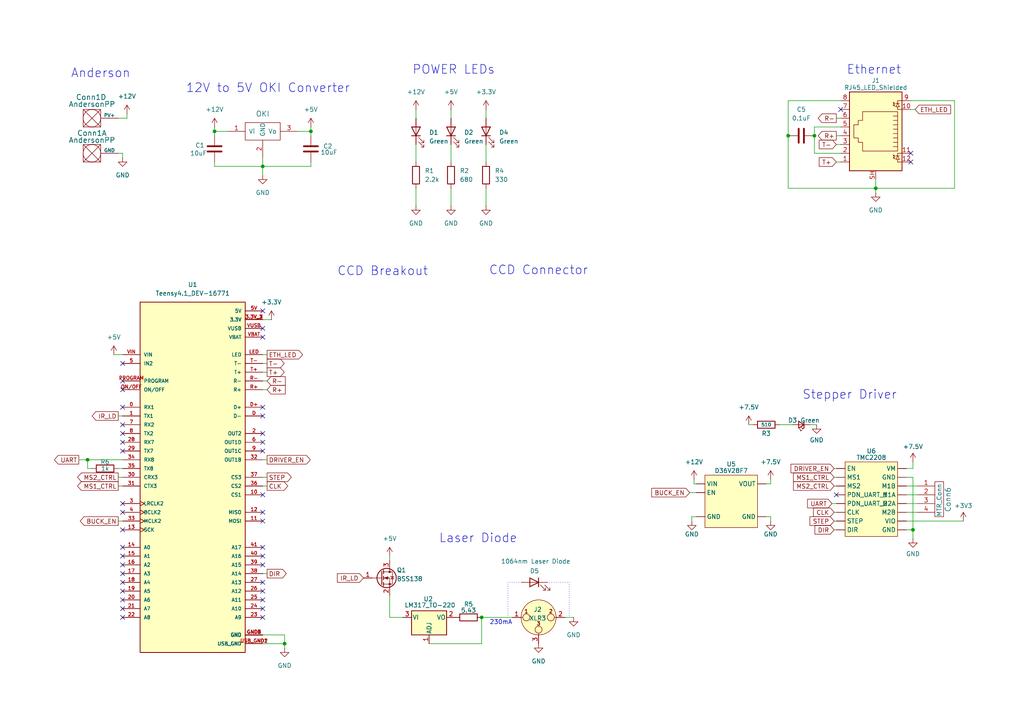
<source format=kicad_sch>
(kicad_sch (version 20231120) (generator "eeschema") (generator_version "8.0")
  (paper "A4")
  (lib_symbols
    (symbol "+12V_1" (power) (pin_numbers hide) (pin_names (offset 0) hide)
      (property "Value" "+12V" (at 0 3.556 0))
      (symbol "+12V_1_0_1"
        (polyline (pts (xy -0.762 1.27) (xy 0 2.54)))
        (polyline (pts (xy 0 0) (xy 0 2.54)))
        (polyline (pts (xy 0 2.54) (xy 0.762 1.27)))
      )
      (symbol "+12V_1_1_1"
        (pin power_in line (at 0 0 90) (length 0) (name "~") (number "1"))
      )
    )
    (symbol "+12V_2" (power) (pin_numbers hide) (pin_names (offset 0) hide)
      (property "Value" "+12V" (at 0 3.556 0))
      (symbol "+12V_2_0_1"
        (polyline (pts (xy -0.762 1.27) (xy 0 2.54)))
        (polyline (pts (xy 0 0) (xy 0 2.54)))
        (polyline (pts (xy 0 2.54) (xy 0.762 1.27)))
      )
      (symbol "+12V_2_1_1"
        (pin power_in line (at 0 0 90) (length 0) (name "~") (number "1"))
      )
    )
    (symbol "Connector:RJ45_LED_Shielded" (pin_names (offset 1.016))
      (property "Reference" "J" (at -5.08 13.97 0))
      (property "Value" "RJ45_LED_Shielded" (at 1.27 13.97 0))
      (symbol "RJ45_LED_Shielded_0_1"
        (polyline (pts (xy -7.62 -7.62) (xy -6.35 -7.62)))
        (polyline (pts (xy -7.62 -5.08) (xy -6.35 -5.08)))
        (polyline (pts (xy -7.62 7.62) (xy -6.35 7.62)))
        (polyline (pts (xy -7.62 10.16) (xy -6.35 10.16)))
        (polyline (pts (xy -6.858 -5.842) (xy -5.842 -5.842)))
        (polyline (pts (xy -6.858 9.398) (xy -5.842 9.398)))
        (polyline (pts (xy -6.35 -7.62) (xy -6.35 -6.858)))
        (polyline (pts (xy -6.35 -5.08) (xy -6.35 -5.842)))
        (polyline (pts (xy -6.35 7.62) (xy -6.35 8.382)))
        (polyline (pts (xy -6.35 10.16) (xy -6.35 9.398)))
        (polyline (pts (xy -5.08 -6.223) (xy -5.207 -6.604)))
        (polyline (pts (xy -5.08 -5.588) (xy -5.207 -5.969)))
        (polyline (pts (xy -5.08 4.445) (xy -6.35 4.445)))
        (polyline (pts (xy -5.08 5.715) (xy -6.35 5.715)))
        (polyline (pts (xy -5.08 9.017) (xy -5.207 8.636)))
        (polyline (pts (xy -5.08 9.652) (xy -5.207 9.271)))
        (polyline (pts (xy -6.35 -3.175) (xy -5.08 -3.175) (xy -5.08 -3.175)))
        (polyline (pts (xy -6.35 -1.905) (xy -5.08 -1.905) (xy -5.08 -1.905)))
        (polyline (pts (xy -6.35 -0.635) (xy -5.08 -0.635) (xy -5.08 -0.635)))
        (polyline (pts (xy -6.35 0.635) (xy -5.08 0.635) (xy -5.08 0.635)))
        (polyline (pts (xy -6.35 1.905) (xy -5.08 1.905) (xy -5.08 1.905)))
        (polyline (pts (xy -5.588 -6.731) (xy -5.08 -6.223) (xy -5.461 -6.35)))
        (polyline (pts (xy -5.588 -6.096) (xy -5.08 -5.588) (xy -5.461 -5.715)))
        (polyline (pts (xy -5.588 8.509) (xy -5.08 9.017) (xy -5.461 8.89)))
        (polyline (pts (xy -5.588 9.144) (xy -5.08 9.652) (xy -5.461 9.525)))
        (polyline (pts (xy -5.08 3.175) (xy -6.35 3.175) (xy -6.35 3.175)))
        (polyline (pts (xy -6.35 -5.842) (xy -6.858 -6.858) (xy -5.842 -6.858) (xy -6.35 -5.842)))
        (polyline (pts (xy -6.35 9.398) (xy -6.858 8.382) (xy -5.842 8.382) (xy -6.35 9.398)))
        (polyline (pts (xy -6.35 -4.445) (xy -6.35 6.985) (xy 3.81 6.985) (xy 3.81 4.445) (xy 5.08 4.445) (xy 5.08 3.175) (xy 6.35 3.175) (xy 6.35 -0.635) (xy 5.08 -0.635) (xy 5.08 -1.905) (xy 3.81 -1.905) (xy 3.81 -4.445) (xy -6.35 -4.445) (xy -6.35 -4.445)))
        (rectangle (start 7.62 12.7) (end -7.62 -10.16) (stroke (width 0.254)) (fill (type background)))
      )
      (symbol "RJ45_LED_Shielded_1_1"
        (pin passive line (at 10.16 -7.62 180) (length 2.54) (name "~") (number "1"))
        (pin passive line (at -10.16 7.62 0) (length 2.54) (name "~") (number "10"))
        (pin passive line (at -10.16 -5.08 0) (length 2.54) (name "~") (number "11"))
        (pin passive line (at -10.16 -7.62 0) (length 2.54) (name "~") (number "12"))
        (pin passive line (at 10.16 -5.08 180) (length 2.54) (name "~") (number "2"))
        (pin passive line (at 10.16 -2.54 180) (length 2.54) (name "~") (number "3"))
        (pin passive line (at 10.16 0 180) (length 2.54) (name "~") (number "4"))
        (pin passive line (at 10.16 2.54 180) (length 2.54) (name "~") (number "5"))
        (pin passive line (at 10.16 5.08 180) (length 2.54) (name "~") (number "6"))
        (pin passive line (at 10.16 7.62 180) (length 2.54) (name "~") (number "7"))
        (pin passive line (at 10.16 10.16 180) (length 2.54) (name "~") (number "8"))
        (pin passive line (at -10.16 10.16 0) (length 2.54) (name "~") (number "9"))
        (pin passive line (at 0 -12.7 90) (length 2.54) (name "~") (number "SH"))
      )
    )
    (symbol "Connector_Audio:XLR3" (pin_names hide)
      (property "Reference" "J" (at 0 8.89 0))
      (property "Value" "XLR3" (at 0 6.35 0))
      (symbol "XLR3_0_1"
        (circle (center -3.556 0) (radius 1.016))
        (circle (center 0 -3.556) (radius 1.016))
        (polyline (pts (xy -5.08 0) (xy -4.572 0)))
        (polyline (pts (xy 0 -5.08) (xy 0 -4.572)))
        (polyline (pts (xy 5.08 0) (xy 4.572 0)))
        (circle (center 0 0) (radius 5.08) (fill (type background)))
        (circle (center 3.556 0) (radius 1.016))
        (text "1" (at -3.556 1.778 0) (effects (font (size 1.016 1.016) (bold yes))))
        (text "2" (at 3.556 1.778 0) (effects (font (size 1.016 1.016) (bold yes))))
        (text "3" (at 0 -1.778 0) (effects (font (size 1.016 1.016) (bold yes))))
        (pin passive line (at -7.62 0 0) (length 2.54) (name "~") (number "1"))
        (pin passive line (at 7.62 0 180) (length 2.54) (name "~") (number "2"))
        (pin passive line (at 0 -7.62 90) (length 2.54) (name "~") (number "3"))
      )
    )
    (symbol "Device:C" (pin_numbers hide) (pin_names (offset 0.254))
      (property "Reference" "C" (at 0.635 2.54 0))
      (property "Value" "C" (at 0.635 -2.54 0))
      (symbol "C_0_1"
        (polyline (pts (xy -2.032 -0.762) (xy 2.032 -0.762)) (stroke (width 0.508)))
        (polyline (pts (xy -2.032 0.762) (xy 2.032 0.762)) (stroke (width 0.508)))
      )
      (symbol "C_1_1"
        (pin passive line (at 0 3.81 270) (length 2.794) (name "~") (number "1"))
        (pin passive line (at 0 -3.81 90) (length 2.794) (name "~") (number "2"))
      )
    )
    (symbol "Device:LED" (pin_numbers hide) (pin_names (offset 1.016) hide)
      (property "Reference" "D" (at 0 2.54 0))
      (property "Value" "LED" (at 0 -2.54 0))
      (symbol "LED_0_1"
        (polyline (pts (xy -1.27 -1.27) (xy -1.27 1.27)) (stroke (width 0.254)))
        (polyline (pts (xy -1.27 0) (xy 1.27 0)))
        (polyline (pts (xy 1.27 -1.27) (xy 1.27 1.27) (xy -1.27 0) (xy 1.27 -1.27)) (stroke (width 0.254)))
        (polyline (pts (xy -3.048 -0.762) (xy -4.572 -2.286) (xy -3.81 -2.286) (xy -4.572 -2.286) (xy -4.572 -1.524)))
        (polyline (pts (xy -1.778 -0.762) (xy -3.302 -2.286) (xy -2.54 -2.286) (xy -3.302 -2.286) (xy -3.302 -1.524)))
      )
      (symbol "LED_1_1"
        (pin passive line (at -3.81 0 0) (length 2.54) (name "K") (number "1"))
        (pin passive line (at 3.81 0 180) (length 2.54) (name "A") (number "2"))
      )
    )
    (symbol "Device:LED_Small" (pin_numbers hide) (pin_names (offset 0.254) hide)
      (property "Reference" "D" (at -1.27 3.175 0))
      (property "Value" "LED_Small" (at -4.445 -2.54 0))
      (symbol "LED_Small_0_1"
        (polyline (pts (xy -0.762 -1.016) (xy -0.762 1.016)) (stroke (width 0.254)))
        (polyline (pts (xy 1.016 0) (xy -0.762 0)))
        (polyline (pts (xy 0.762 -1.016) (xy -0.762 0) (xy 0.762 1.016) (xy 0.762 -1.016)) (stroke (width 0.254)))
        (polyline (pts (xy 0 0.762) (xy -0.508 1.27) (xy -0.254 1.27) (xy -0.508 1.27) (xy -0.508 1.016)))
        (polyline (pts (xy 0.508 1.27) (xy 0 1.778) (xy 0.254 1.778) (xy 0 1.778) (xy 0 1.524)))
      )
      (symbol "LED_Small_1_1"
        (pin passive line (at -2.54 0 0) (length 1.778) (name "K") (number "1"))
        (pin passive line (at 2.54 0 180) (length 1.778) (name "A") (number "2"))
      )
    )
    (symbol "Device:R" (pin_numbers hide) (pin_names (offset 0))
      (property "Reference" "R" (at 2.032 0 90))
      (property "Value" "R" (at 0 0 90))
      (symbol "R_0_1"
        (rectangle (start -1.016 -2.54) (end 1.016 2.54) (stroke (width 0.254)))
      )
      (symbol "R_1_1"
        (pin passive line (at 0 3.81 270) (length 1.27) (name "~") (number "1"))
        (pin passive line (at 0 -3.81 90) (length 1.27) (name "~") (number "2"))
      )
    )
    (symbol "GND_1" (power) (pin_numbers hide) (pin_names (offset 0) hide)
      (property "Value" "GND" (at 0 -3.81 0))
      (symbol "GND_1_0_1"
        (polyline (pts (xy 0 0) (xy 0 -1.27) (xy 1.27 -1.27) (xy 0 -2.54) (xy -1.27 -1.27) (xy 0 -1.27)))
      )
      (symbol "GND_1_1_1"
        (pin power_in line (at 0 0 270) (length 0) (name "~") (number "1"))
      )
    )
    (symbol "GND_2" (power) (pin_numbers hide) (pin_names (offset 0) hide)
      (property "Value" "GND" (at 0 -3.81 0))
      (symbol "GND_2_0_1"
        (polyline (pts (xy 0 0) (xy 0 -1.27) (xy 1.27 -1.27) (xy 0 -2.54) (xy -1.27 -1.27) (xy 0 -1.27)))
      )
      (symbol "GND_2_1_1"
        (pin power_in line (at 0 0 270) (length 0) (name "~") (number "1"))
      )
    )
    (symbol "GND_3" (power) (pin_numbers hide) (pin_names (offset 0) hide)
      (property "Value" "GND" (at 0 -3.81 0))
      (symbol "GND_3_0_1"
        (polyline (pts (xy 0 0) (xy 0 -1.27) (xy 1.27 -1.27) (xy 0 -2.54) (xy -1.27 -1.27) (xy 0 -1.27)))
      )
      (symbol "GND_3_1_1"
        (pin power_in line (at 0 0 270) (length 0) (name "~") (number "1"))
      )
    )
    (symbol "MRDT_Connectors:AndersonPP" (pin_numbers hide) (pin_names (offset 0))
      (property "Reference" "Conn" (at 3.81 -1.27 0))
      (property "Value" "AndersonPP" (at 2.54 6.35 0))
      (symbol "AndersonPP_0_1"
        (polyline (pts (xy 0 5.08) (xy 5.08 0)))
        (polyline (pts (xy 5.08 5.08) (xy 0 0)))
        (rectangle (start 0 0) (end 5.08 5.08))
        (circle (center 2.54 2.54) (radius 2.54))
      )
      (symbol "AndersonPP_1_1"
        (pin input line (at 10.16 2.54 180) (length 5.08) (name "GND") (number "1"))
      )
      (symbol "AndersonPP_2_1"
        (pin input line (at 10.16 2.54 180) (length 5.08) (name "V+Log") (number "2"))
      )
      (symbol "AndersonPP_3_1"
        (pin input line (at 10.16 2.54 180) (length 5.08) (name "V+Act") (number "3"))
      )
      (symbol "AndersonPP_4_1"
        (pin input line (at 10.16 2.54 180) (length 5.08) (name "PV+") (number "4"))
      )
      (symbol "AndersonPP_5_1"
        (pin input line (at 10.16 2.54 180) (length 5.08) (name "~") (number "1"))
      )
    )
    (symbol "MRDT_Connectors:Molex_SL_04" (pin_names (offset 1.016))
      (property "Reference" "Conn" (at 3.81 -1.27 0))
      (property "Value" "Molex_SL_04" (at 1.27 11.43 0))
      (symbol "Molex_SL_04_0_1"
        (rectangle (start 0 10.16) (end 2.54 0))
      )
      (symbol "Molex_SL_04_1_1"
        (pin input line (at -5.08 8.89 0) (length 5.08) (name "~") (number "1"))
        (pin input line (at -5.08 6.35 0) (length 5.08) (name "~") (number "2"))
        (pin input line (at -5.08 3.81 0) (length 5.08) (name "~") (number "3"))
        (pin input line (at -5.08 1.27 0) (length 5.08) (name "~") (number "4"))
      )
    )
    (symbol "MRDT_Devices:OKI" (pin_names (offset 1.016))
      (property "Value" "OKI" (at 5.08 6.35 0))
      (symbol "OKI_0_1"
        (rectangle (start 0 0) (end 10.16 5.08))
      )
      (symbol "OKI_1_1"
        (pin input line (at -5.08 2.54 0) (length 5.08) (name "Vi") (number "1"))
        (pin output line (at 5.08 -5.08 90) (length 5.08) (name "GND") (number "2"))
        (pin output line (at 15.24 2.54 180) (length 5.08) (name "Vo") (number "3"))
      )
    )
    (symbol "MRDT_Shields:Teensy4.1_DEV-16771" (pin_names (offset 1.016))
      (property "Reference" "U" (at -15.24 52.07 0))
      (property "Value" "Teensy4.1_DEV-16771" (at -15.24 -53.34 0))
      (symbol "Teensy4.1_DEV-16771_0_0"
        (rectangle (start -15.24 -50.8) (end 15.24 50.8) (stroke (width 0.254)) (fill (type background)))
        (pin bidirectional line (at -20.32 20.32 0) (length 5.08) (name "RX1") (number "0"))
        (pin bidirectional line (at -20.32 17.78 0) (length 5.08) (name "TX1") (number "1"))
        (pin bidirectional line (at 20.32 -5.08 180) (length 5.08) (name "CS1") (number "10"))
        (pin bidirectional line (at 20.32 -12.7 180) (length 5.08) (name "MOSI") (number "11"))
        (pin bidirectional line (at 20.32 -10.16 180) (length 5.08) (name "MISO") (number "12"))
        (pin bidirectional clock (at -20.32 -15.24 0) (length 5.08) (name "SCK") (number "13"))
        (pin bidirectional line (at -20.32 -20.32 0) (length 5.08) (name "A0") (number "14"))
        (pin bidirectional line (at -20.32 -22.86 0) (length 5.08) (name "A1") (number "15"))
        (pin bidirectional line (at -20.32 -25.4 0) (length 5.08) (name "A2") (number "16"))
        (pin bidirectional line (at -20.32 -27.94 0) (length 5.08) (name "A3") (number "17"))
        (pin bidirectional line (at -20.32 -30.48 0) (length 5.08) (name "A4") (number "18"))
        (pin bidirectional line (at -20.32 -33.02 0) (length 5.08) (name "A5") (number "19"))
        (pin output line (at 20.32 12.7 180) (length 5.08) (name "OUT2") (number "2"))
        (pin bidirectional line (at -20.32 -35.56 0) (length 5.08) (name "A6") (number "20"))
        (pin bidirectional line (at -20.32 -38.1 0) (length 5.08) (name "A7") (number "21"))
        (pin bidirectional line (at -20.32 -40.64 0) (length 5.08) (name "A8") (number "22"))
        (pin bidirectional line (at 20.32 -40.64 180) (length 5.08) (name "A9") (number "23"))
        (pin bidirectional line (at 20.32 -38.1 180) (length 5.08) (name "A10") (number "24"))
        (pin bidirectional line (at 20.32 -35.56 180) (length 5.08) (name "A11") (number "25"))
        (pin bidirectional line (at 20.32 -33.02 180) (length 5.08) (name "A12") (number "26"))
        (pin bidirectional line (at 20.32 -30.48 180) (length 5.08) (name "A13") (number "27"))
        (pin bidirectional line (at -20.32 10.16 0) (length 5.08) (name "RX7") (number "28"))
        (pin bidirectional line (at -20.32 7.62 0) (length 5.08) (name "TX7") (number "29"))
        (pin bidirectional clock (at -20.32 -7.62 0) (length 5.08) (name "LRCLK2") (number "3"))
        (pin power_in line (at 20.32 45.72 180) (length 5.08) (name "3.3V") (number "3.3V_1"))
        (pin power_in line (at 20.32 45.72 180) (length 5.08) (name "3.3V") (number "3.3V_2"))
        (pin power_in line (at 20.32 45.72 180) (length 5.08) (name "3.3V") (number "3.3V_3"))
        (pin bidirectional line (at -20.32 0 0) (length 5.08) (name "CRX3") (number "30"))
        (pin bidirectional line (at -20.32 -2.54 0) (length 5.08) (name "CTX3") (number "31"))
        (pin output line (at 20.32 5.08 180) (length 5.08) (name "OUT1B") (number "32"))
        (pin bidirectional clock (at -20.32 -12.7 0) (length 5.08) (name "MCLK2") (number "33"))
        (pin bidirectional line (at -20.32 5.08 0) (length 5.08) (name "RX8") (number "34"))
        (pin bidirectional line (at -20.32 2.54 0) (length 5.08) (name "TX8") (number "35"))
        (pin bidirectional line (at 20.32 -2.54 180) (length 5.08) (name "CS2") (number "36"))
        (pin bidirectional line (at 20.32 0 180) (length 5.08) (name "CS3") (number "37"))
        (pin bidirectional line (at 20.32 -27.94 180) (length 5.08) (name "A14") (number "38"))
        (pin bidirectional line (at 20.32 -25.4 180) (length 5.08) (name "A15") (number "39"))
        (pin bidirectional clock (at -20.32 -10.16 0) (length 5.08) (name "BCLK2") (number "4"))
        (pin bidirectional line (at 20.32 -22.86 180) (length 5.08) (name "A16") (number "40"))
        (pin bidirectional line (at 20.32 -20.32 180) (length 5.08) (name "A17") (number "41"))
        (pin bidirectional line (at -20.32 33.02 0) (length 5.08) (name "IN2") (number "5"))
        (pin power_in line (at 20.32 48.26 180) (length 5.08) (name "5V") (number "5V"))
        (pin output line (at 20.32 10.16 180) (length 5.08) (name "OUT1D") (number "6"))
        (pin bidirectional line (at -20.32 15.24 0) (length 5.08) (name "RX2") (number "7"))
        (pin bidirectional line (at -20.32 12.7 0) (length 5.08) (name "TX2") (number "8"))
        (pin output line (at 20.32 7.62 180) (length 5.08) (name "OUT1C") (number "9"))
        (pin bidirectional line (at 20.32 17.78 180) (length 5.08) (name "D-") (number "D"))
        (pin bidirectional line (at 20.32 20.32 180) (length 5.08) (name "D+") (number "D+"))
        (pin power_in line (at 20.32 -45.72 180) (length 5.08) (name "GND") (number "GND1"))
        (pin power_in line (at 20.32 -45.72 180) (length 5.08) (name "GND") (number "GND2"))
        (pin power_in line (at 20.32 -45.72 180) (length 5.08) (name "GND") (number "GND3"))
        (pin power_in line (at 20.32 -45.72 180) (length 5.08) (name "GND") (number "GND4"))
        (pin power_in line (at 20.32 -45.72 180) (length 5.08) (name "GND") (number "GND5"))
        (pin bidirectional line (at 20.32 35.56 180) (length 5.08) (name "LED") (number "LED"))
        (pin bidirectional line (at -20.32 25.4 0) (length 5.08) (name "ON/OFF") (number "ON/OFF"))
        (pin bidirectional line (at -20.32 27.94 0) (length 5.08) (name "PROGRAM") (number "PROGRAM"))
        (pin bidirectional line (at 20.32 25.4 180) (length 5.08) (name "R+") (number "R+"))
        (pin bidirectional line (at 20.32 27.94 180) (length 5.08) (name "R-") (number "R-"))
        (pin bidirectional line (at 20.32 30.48 180) (length 5.08) (name "T+") (number "T+"))
        (pin bidirectional line (at 20.32 33.02 180) (length 5.08) (name "T-") (number "T-"))
        (pin power_in line (at 20.32 -48.26 180) (length 5.08) (name "USB_GND") (number "USB_GND1"))
        (pin power_in line (at 20.32 -48.26 180) (length 5.08) (name "USB_GND") (number "USB_GND2"))
        (pin passive line (at 20.32 40.64 180) (length 5.08) (name "VBAT") (number "VBAT"))
        (pin input line (at -20.32 35.56 0) (length 5.08) (name "VIN") (number "VIN"))
        (pin passive line (at 20.32 43.18 180) (length 5.08) (name "VUSB") (number "VUSB"))
      )
    )
    (symbol "Regulator_Linear:LM317_TO-220" (pin_names (offset 0.254))
      (property "Reference" "U" (at -3.81 3.175 0))
      (property "Value" "LM317_TO-220" (at 0 3.175 0))
      (symbol "LM317_TO-220_0_1"
        (rectangle (start -5.08 1.905) (end 5.08 -5.08) (stroke (width 0.254)) (fill (type background)))
      )
      (symbol "LM317_TO-220_1_1"
        (pin input line (at 0 -7.62 90) (length 2.54) (name "ADJ") (number "1"))
        (pin power_out line (at 7.62 0 180) (length 2.54) (name "VO") (number "2"))
        (pin power_in line (at -7.62 0 0) (length 2.54) (name "VI") (number "3"))
      )
    )
    (symbol "Stepper_Driver_Headers:Pololu_7v5_Stepdown" (pin_numbers hide)
      (property "Reference" "U?" (at 0 6.985 0))
      (symbol "Pololu_7v5_Stepdown_1_1"
        (rectangle (start -7.62 5.715) (end 7.62 -9.525) (fill (type background)))
        (pin input line (at -10.16 0.635 0) (length 2.54) (name "EN") (number "EN"))
        (pin input line (at -10.16 -6.35 0) (length 2.54) (name "GND") (number "GND"))
        (pin input line (at 10.16 -6.35 180) (length 2.54) (name "GND") (number "GND"))
        (pin input line (at -10.16 3.175 0) (length 2.54) (name "VIN") (number "VIN"))
        (pin input line (at 10.16 3.175 180) (length 2.54) (name "VOUT") (number "VOUT"))
      )
    )
    (symbol "Stepper_Driver_Headers:TMC2208_Breakout" (pin_numbers hide)
      (property "Reference" "U?" (at 0 6.35 0))
      (symbol "TMC2208_Breakout_1_1"
        (rectangle (start -7.62 5.08) (end 7.62 -16.51) (fill (type background)))
        (pin input line (at 10.16 -1.905 180) (length 2.54) (name "CLK") (number "CLK"))
        (pin input line (at 10.16 3.175 180) (length 2.54) (name "DIR") (number "DIR"))
        (pin input line (at 10.16 -14.605 180) (length 2.54) (name "EN") (number "EN"))
        (pin input line (at -10.16 -12.065 0) (length 2.54) (name "GND") (number "GND"))
        (pin input line (at -10.16 3.175 0) (length 2.54) (name "GND") (number "GND"))
        (pin output line (at -10.16 -6.985 0) (length 2.54) (name "M1A") (number "M1A"))
        (pin output line (at -10.16 -9.525 0) (length 2.54) (name "M1B") (number "M1B"))
        (pin output line (at -10.16 -4.445 0) (length 2.54) (name "M2A") (number "M2A"))
        (pin output line (at -10.16 -1.905 0) (length 2.54) (name "M2B") (number "M2B"))
        (pin input line (at 10.16 -12.065 180) (length 2.54) (name "MS1") (number "MS1"))
        (pin input line (at 10.16 -9.525 180) (length 2.54) (name "MS2") (number "MS2"))
        (pin input line (at 10.16 -6.985 180) (length 2.54) (name "PDN_UART_1") (number "PDN_UART_1"))
        (pin input line (at 10.16 -4.445 180) (length 2.54) (name "PDN_UART_2") (number "PDN_UART_2"))
        (pin input line (at 10.16 0.635 180) (length 2.54) (name "STEP") (number "STEP"))
        (pin input line (at -10.16 0.635 0) (length 2.54) (name "VIO") (number "VIO"))
        (pin input line (at -10.16 -14.605 0) (length 2.54) (name "VM") (number "VM"))
      )
    )
    (symbol "Transistor_FET:BSS138" (pin_names hide)
      (property "Reference" "Q" (at 5.08 1.905 0))
      (property "Value" "BSS138" (at 5.08 0 0))
      (symbol "BSS138_0_1"
        (polyline (pts (xy 0.254 0) (xy -2.54 0)))
        (polyline (pts (xy 0.254 1.905) (xy 0.254 -1.905)) (stroke (width 0.254)))
        (polyline (pts (xy 0.762 -1.27) (xy 0.762 -2.286)) (stroke (width 0.254)))
        (polyline (pts (xy 0.762 0.508) (xy 0.762 -0.508)) (stroke (width 0.254)))
        (polyline (pts (xy 0.762 2.286) (xy 0.762 1.27)) (stroke (width 0.254)))
        (polyline (pts (xy 2.54 2.54) (xy 2.54 1.778)))
        (polyline (pts (xy 2.54 -2.54) (xy 2.54 0) (xy 0.762 0)))
        (polyline (pts (xy 0.762 -1.778) (xy 3.302 -1.778) (xy 3.302 1.778) (xy 0.762 1.778)))
        (polyline (pts (xy 1.016 0) (xy 2.032 0.381) (xy 2.032 -0.381) (xy 1.016 0)) (fill (type outline)))
        (polyline (pts (xy 2.794 0.508) (xy 2.921 0.381) (xy 3.683 0.381) (xy 3.81 0.254)))
        (polyline (pts (xy 3.302 0.381) (xy 2.921 -0.254) (xy 3.683 -0.254) (xy 3.302 0.381)))
        (circle (center 1.651 0) (radius 2.794) (stroke (width 0.254)))
        (circle (center 2.54 -1.778) (radius 0.254) (fill (type outline)))
        (circle (center 2.54 1.778) (radius 0.254) (fill (type outline)))
      )
      (symbol "BSS138_1_1"
        (pin input line (at -5.08 0 0) (length 2.54) (name "G") (number "1"))
        (pin passive line (at 2.54 -5.08 90) (length 2.54) (name "S") (number "2"))
        (pin passive line (at 2.54 5.08 270) (length 2.54) (name "D") (number "3"))
      )
    )
    (symbol "power:+12V" (power) (pin_names (offset 0))
      (property "Value" "+12V" (at 0 3.556 0))
      (symbol "+12V_0_1"
        (polyline (pts (xy -0.762 1.27) (xy 0 2.54)))
        (polyline (pts (xy 0 0) (xy 0 2.54)))
        (polyline (pts (xy 0 2.54) (xy 0.762 1.27)))
      )
      (symbol "+12V_1_1"
        (pin power_in line (at 0 0 90) (length 0) hide (name "+12V") (number "1"))
      )
    )
    (symbol "power:+3.3V" (power) (pin_numbers hide) (pin_names (offset 0) hide)
      (property "Value" "+3.3V" (at 0 3.556 0))
      (symbol "+3.3V_0_1"
        (polyline (pts (xy -0.762 1.27) (xy 0 2.54)))
        (polyline (pts (xy 0 0) (xy 0 2.54)))
        (polyline (pts (xy 0 2.54) (xy 0.762 1.27)))
      )
      (symbol "+3.3V_1_1"
        (pin power_in line (at 0 0 90) (length 0) (name "~") (number "1"))
      )
    )
    (symbol "power:+3V3" (power) (pin_numbers hide) (pin_names (offset 0) hide)
      (property "Value" "+3V3" (at 0 3.556 0))
      (symbol "+3V3_0_1"
        (polyline (pts (xy -0.762 1.27) (xy 0 2.54)))
        (polyline (pts (xy 0 0) (xy 0 2.54)))
        (polyline (pts (xy 0 2.54) (xy 0.762 1.27)))
      )
      (symbol "+3V3_1_1"
        (pin power_in line (at 0 0 90) (length 0) (name "~") (number "1"))
      )
    )
    (symbol "power:+5V" (power) (pin_numbers hide) (pin_names (offset 0) hide)
      (property "Value" "+5V" (at 0 3.556 0))
      (symbol "+5V_0_1"
        (polyline (pts (xy -0.762 1.27) (xy 0 2.54)))
        (polyline (pts (xy 0 0) (xy 0 2.54)))
        (polyline (pts (xy 0 2.54) (xy 0.762 1.27)))
      )
      (symbol "+5V_1_1"
        (pin power_in line (at 0 0 90) (length 0) (name "~") (number "1"))
      )
    )
    (symbol "power:+7.5V" (power) (pin_names (offset 0))
      (property "Value" "+7.5V" (at 0 3.556 0))
      (symbol "+7.5V_0_1"
        (polyline (pts (xy -0.762 1.27) (xy 0 2.54)))
        (polyline (pts (xy 0 0) (xy 0 2.54)))
        (polyline (pts (xy 0 2.54) (xy 0.762 1.27)))
      )
      (symbol "+7.5V_1_1"
        (pin power_in line (at 0 0 90) (length 0) hide (name "+7.5V") (number "1"))
      )
    )
    (symbol "power:GND" (power) (pin_names (offset 0))
      (property "Value" "GND" (at 0 -3.81 0))
      (symbol "GND_0_1"
        (polyline (pts (xy 0 0) (xy 0 -1.27) (xy 1.27 -1.27) (xy 0 -2.54) (xy -1.27 -1.27) (xy 0 -1.27)))
      )
      (symbol "GND_1_1"
        (pin power_in line (at 0 0 270) (length 0) hide (name "GND") (number "1"))
      )
    )
  )
  (junction (at 76.2 48.26))
  (junction (at 236.22 39.37))
  (junction (at 139.7 179.07))
  (junction (at 254 54.61))
  (junction (at 62.23 38.1))
  (junction (at 25.4 133.35))
  (junction (at 228.6 39.37))
  (junction (at 264.795 153.67))
  (junction (at 82.55 186.69))
  (junction (at 90.17 38.1))
  (no_connect (at 76.2 168.91))
  (no_connect (at 35.56 130.81))
  (no_connect (at 76.2 171.45))
  (no_connect (at 35.56 176.53))
  (no_connect (at 76.2 143.51))
  (no_connect (at 76.2 161.29))
  (no_connect (at 76.2 95.25))
  (no_connect (at 242.57 143.51))
  (no_connect (at 264.16 46.99))
  (no_connect (at 264.16 44.45))
  (no_connect (at 35.56 153.67))
  (no_connect (at 76.2 173.99))
  (no_connect (at 76.2 179.07))
  (no_connect (at 76.2 125.73))
  (no_connect (at 35.56 173.99))
  (no_connect (at 35.56 118.11))
  (no_connect (at 35.56 123.19))
  (no_connect (at 35.56 148.59))
  (no_connect (at 76.2 176.53))
  (no_connect (at 35.56 128.27))
  (no_connect (at 35.56 125.73))
  (no_connect (at 76.2 158.75))
  (no_connect (at 35.56 105.41))
  (no_connect (at 35.56 179.07))
  (no_connect (at 35.56 158.75))
  (no_connect (at 35.56 168.91))
  (no_connect (at 76.2 128.27))
  (no_connect (at 35.56 113.03))
  (no_connect (at 35.56 171.45))
  (no_connect (at 76.2 90.17))
  (no_connect (at 35.56 163.83))
  (no_connect (at 35.56 110.49))
  (no_connect (at 76.2 130.81))
  (no_connect (at 35.56 166.37))
  (no_connect (at 76.2 120.65))
  (no_connect (at 76.2 97.79))
  (no_connect (at 76.2 151.13))
  (no_connect (at 35.56 146.05))
  (no_connect (at 76.2 148.59))
  (no_connect (at 76.2 118.11))
  (no_connect (at 243.84 31.75))
  (no_connect (at 76.2 163.83))
  (no_connect (at 35.56 161.29))
  (wire (pts (xy 34.29 140.97) (xy 35.56 140.97)))
  (wire (pts (xy 262.89 146.05) (xy 266.065 146.05)))
  (wire (pts (xy 223.52 140.335) (xy 223.52 139.065)))
  (wire (pts (xy 223.52 151.13) (xy 223.52 149.86)))
  (wire (pts (xy 241.935 135.89) (xy 242.57 135.89)))
  (polyline (pts (xy 147.32 179.07) (xy 147.32 168.91)) (stroke (width 0) (type dot)))
  (wire (pts (xy 254 52.07) (xy 254 54.61)))
  (wire (pts (xy 262.89 140.97) (xy 266.065 140.97)))
  (wire (pts (xy 82.55 186.69) (xy 82.55 187.96)))
  (wire (pts (xy 25.4 133.35) (xy 35.56 133.35)))
  (wire (pts (xy 130.81 31.75) (xy 130.81 34.29)))
  (wire (pts (xy 124.46 186.69) (xy 139.7 186.69)))
  (wire (pts (xy 228.6 29.21) (xy 228.6 39.37)))
  (wire (pts (xy 120.65 54.61) (xy 120.65 59.69)))
  (wire (pts (xy 276.86 29.21) (xy 276.86 54.61)))
  (wire (pts (xy 76.2 110.49) (xy 77.47 110.49)))
  (wire (pts (xy 120.65 41.91) (xy 120.65 46.99)))
  (wire (pts (xy 34.29 138.43) (xy 35.56 138.43)))
  (wire (pts (xy 200.025 142.875) (xy 201.93 142.875)))
  (wire (pts (xy 139.7 179.07) (xy 148.59 179.07)))
  (wire (pts (xy 242.57 34.29) (xy 243.84 34.29)))
  (wire (pts (xy 25.4 135.89) (xy 25.4 133.35)))
  (wire (pts (xy 76.2 113.03) (xy 77.47 113.03)))
  (wire (pts (xy 140.97 41.91) (xy 140.97 46.99)))
  (wire (pts (xy 34.29 135.89) (xy 35.56 135.89)))
  (wire (pts (xy 76.2 92.71) (xy 78.74 92.71)))
  (wire (pts (xy 228.6 39.37) (xy 228.6 54.61)))
  (wire (pts (xy 262.89 135.89) (xy 264.795 135.89)))
  (wire (pts (xy 34.29 44.45) (xy 35.56 44.45)))
  (wire (pts (xy 76.2 45.72) (xy 76.2 48.26)))
  (wire (pts (xy 226.06 123.19) (xy 229.87 123.19)))
  (wire (pts (xy 262.89 148.59) (xy 266.065 148.59)))
  (wire (pts (xy 201.295 140.335) (xy 201.295 139.065)))
  (wire (pts (xy 76.2 48.26) (xy 76.2 50.8)))
  (wire (pts (xy 77.47 133.35) (xy 76.2 133.35)))
  (wire (pts (xy 241.935 138.43) (xy 242.57 138.43)))
  (wire (pts (xy 236.22 39.37) (xy 236.22 44.45)))
  (wire (pts (xy 34.29 120.65) (xy 35.56 120.65)))
  (wire (pts (xy 130.81 54.61) (xy 130.81 59.69)))
  (wire (pts (xy 34.29 151.13) (xy 35.56 151.13)))
  (wire (pts (xy 33.02 102.87) (xy 35.56 102.87)))
  (wire (pts (xy 35.56 44.45) (xy 35.56 45.72)))
  (wire (pts (xy 222.25 140.335) (xy 223.52 140.335)))
  (wire (pts (xy 241.935 151.13) (xy 242.57 151.13)))
  (wire (pts (xy 36.83 34.29) (xy 36.83 33.02)))
  (wire (pts (xy 243.84 44.45) (xy 236.22 44.45)))
  (wire (pts (xy 77.47 140.97) (xy 76.2 140.97)))
  (wire (pts (xy 76.2 107.95) (xy 77.47 107.95)))
  (wire (pts (xy 76.2 184.15) (xy 82.55 184.15)))
  (wire (pts (xy 262.89 143.51) (xy 266.065 143.51)))
  (wire (pts (xy 200.66 151.13) (xy 200.66 149.86)))
  (wire (pts (xy 90.17 48.26) (xy 76.2 48.26)))
  (wire (pts (xy 264.795 138.43) (xy 264.795 153.67)))
  (wire (pts (xy 262.89 138.43) (xy 264.795 138.43)))
  (wire (pts (xy 62.23 38.1) (xy 62.23 36.83)))
  (wire (pts (xy 254 54.61) (xy 276.86 54.61)))
  (wire (pts (xy 264.16 31.75) (xy 265.43 31.75)))
  (wire (pts (xy 90.17 38.1) (xy 86.36 38.1)))
  (wire (pts (xy 113.03 161.29) (xy 113.03 162.56)))
  (wire (pts (xy 82.55 184.15) (xy 82.55 186.69)))
  (wire (pts (xy 76.2 186.69) (xy 82.55 186.69)))
  (wire (pts (xy 62.23 48.26) (xy 62.23 46.99)))
  (wire (pts (xy 66.04 38.1) (xy 62.23 38.1)))
  (wire (pts (xy 34.29 34.29) (xy 36.83 34.29)))
  (wire (pts (xy 120.65 31.75) (xy 120.65 34.29)))
  (wire (pts (xy 62.23 38.1) (xy 62.23 39.37)))
  (wire (pts (xy 242.57 39.37) (xy 243.84 39.37)))
  (wire (pts (xy 22.86 133.35) (xy 25.4 133.35)))
  (wire (pts (xy 201.93 140.335) (xy 201.295 140.335)))
  (wire (pts (xy 228.6 29.21) (xy 243.84 29.21)))
  (polyline (pts (xy 165.1 168.91) (xy 165.1 179.07)) (stroke (width 0) (type dot)))
  (wire (pts (xy 243.84 36.83) (xy 236.22 36.83)))
  (wire (pts (xy 217.17 123.19) (xy 218.44 123.19)))
  (wire (pts (xy 26.67 135.89) (xy 25.4 135.89)))
  (wire (pts (xy 90.17 46.99) (xy 90.17 48.26)))
  (polyline (pts (xy 158.75 168.91) (xy 165.1 168.91)) (stroke (width 0) (type dot)))
  (wire (pts (xy 113.03 172.72) (xy 113.03 179.07)))
  (wire (pts (xy 264.16 29.21) (xy 276.86 29.21)))
  (wire (pts (xy 163.83 179.07) (xy 166.37 179.07)))
  (wire (pts (xy 242.57 46.99) (xy 243.84 46.99)))
  (wire (pts (xy 140.97 31.75) (xy 140.97 34.29)))
  (wire (pts (xy 76.2 105.41) (xy 77.47 105.41)))
  (wire (pts (xy 236.22 36.83) (xy 236.22 39.37)))
  (wire (pts (xy 223.52 149.86) (xy 222.25 149.86)))
  (wire (pts (xy 262.89 153.67) (xy 264.795 153.67)))
  (wire (pts (xy 241.935 148.59) (xy 242.57 148.59)))
  (wire (pts (xy 200.66 149.86) (xy 201.93 149.86)))
  (wire (pts (xy 90.17 38.1) (xy 90.17 39.37)))
  (wire (pts (xy 241.935 153.67) (xy 242.57 153.67)))
  (wire (pts (xy 241.935 140.97) (xy 242.57 140.97)))
  (wire (pts (xy 77.47 166.37) (xy 76.2 166.37)))
  (wire (pts (xy 90.17 36.83) (xy 90.17 38.1)))
  (wire (pts (xy 262.89 151.13) (xy 279.4 151.13)))
  (wire (pts (xy 242.57 41.91) (xy 243.84 41.91)))
  (wire (pts (xy 228.6 54.61) (xy 254 54.61)))
  (wire (pts (xy 264.795 135.89) (xy 264.795 133.985)))
  (wire (pts (xy 130.81 41.91) (xy 130.81 46.99)))
  (wire (pts (xy 234.95 123.19) (xy 236.855 123.19)))
  (wire (pts (xy 264.795 153.67) (xy 264.795 156.21)))
  (wire (pts (xy 140.97 54.61) (xy 140.97 59.69)))
  (wire (pts (xy 254 54.61) (xy 254 55.88)))
  (polyline (pts (xy 147.32 168.91) (xy 151.13 168.91)) (stroke (width 0) (type dot)))
  (wire (pts (xy 113.03 179.07) (xy 116.84 179.07)))
  (wire (pts (xy 77.47 138.43) (xy 76.2 138.43)))
  (wire (pts (xy 76.2 102.87) (xy 77.47 102.87)))
  (wire (pts (xy 139.7 179.07) (xy 139.7 186.69)))
  (wire (pts (xy 241.3 146.05) (xy 242.57 146.05)))
  (wire (pts (xy 76.2 48.26) (xy 62.23 48.26)))
  (text "Stepper Driver" (at 232.664 116.078 0) (effects (font (size 2.54 2.54)) (justify left bottom)))
  (text "12V to 5V OKI Converter" (at 77.724 25.654 0) (effects (font (size 2.54 2.54))))
  (text "CCD Breakout" (at 110.998 78.74 0) (effects (font (size 2.54 2.54))))
  (text "Ethernet\n" (at 253.492 20.32 0) (effects (font (size 2.54 2.54))))
  (text "230mA" (at 145.288 180.594 0) (effects (font (size 1.27 1.27))))
  (text "CCD Connector" (at 156.21 78.486 0) (effects (font (size 2.54 2.54))))
  (text "POWER LEDs" (at 131.572 20.32 0) (effects (font (size 2.54 2.54))))
  (text "Anderson" (at 29.21 21.336 0) (effects (font (size 2.54 2.54))))
  (text "Laser Diode" (at 138.684 156.21 0) (effects (font (size 2.54 2.54))))
  (global_label "R-" (shape output) (at 242.57 34.29 180) (property "Intersheetrefs" "${INTERSHEET_REFS}" (effects (hide yes))))
  (global_label "IR_LD" (shape input) (at 105.41 167.64 180) (property "Intersheetrefs" "${INTERSHEET_REFS}" (effects (hide yes))))
  (global_label "T-" (shape input) (at 242.57 41.91 180) (property "Intersheetrefs" "${INTERSHEET_REFS}" (effects (hide yes))))
  (global_label "R+" (shape output) (at 242.57 39.37 180) (property "Intersheetrefs" "${INTERSHEET_REFS}" (effects (hide yes))))
  (global_label "MS1_CTRL" (shape input) (at 241.935 138.43 180) (property "Intersheetrefs" "${INTERSHEET_REFS}" (effects (hide yes))))
  (global_label "CLK" (shape output) (at 77.47 140.97 0) (property "Intersheetrefs" "${INTERSHEET_REFS}" (effects (hide yes))))
  (global_label "BUCK_EN" (shape input) (at 200.025 142.875 180) (property "Intersheetrefs" "${INTERSHEET_REFS}" (effects (hide yes))))
  (global_label "R-" (shape input) (at 77.47 110.49 0) (property "Intersheetrefs" "${INTERSHEET_REFS}" (effects (hide yes))))
  (global_label "MS2_CTRL" (shape input) (at 241.935 140.97 180) (property "Intersheetrefs" "${INTERSHEET_REFS}" (effects (hide yes))))
  (global_label "UART" (shape output) (at 22.86 133.35 180) (property "Intersheetrefs" "${INTERSHEET_REFS}" (effects (hide yes))))
  (global_label "MS1_CTRL" (shape output) (at 34.29 140.97 180) (property "Intersheetrefs" "${INTERSHEET_REFS}" (effects (hide yes))))
  (global_label "UART" (shape input) (at 241.3 146.05 180) (property "Intersheetrefs" "${INTERSHEET_REFS}" (effects (hide yes))))
  (global_label "DIR" (shape output) (at 77.47 166.37 0) (property "Intersheetrefs" "${INTERSHEET_REFS}" (effects (hide yes))))
  (global_label "MS2_CTRL" (shape output) (at 34.29 138.43 180) (property "Intersheetrefs" "${INTERSHEET_REFS}" (effects (hide yes))))
  (global_label "BUCK_EN" (shape output) (at 34.29 151.13 180) (property "Intersheetrefs" "${INTERSHEET_REFS}" (effects (hide yes))))
  (global_label "CLK" (shape input) (at 241.935 148.59 180) (property "Intersheetrefs" "${INTERSHEET_REFS}" (effects (hide yes))))
  (global_label "T+" (shape output) (at 77.47 107.95 0) (property "Intersheetrefs" "${INTERSHEET_REFS}" (effects (hide yes))))
  (global_label "STEP" (shape output) (at 77.47 138.43 0) (property "Intersheetrefs" "${INTERSHEET_REFS}" (effects (hide yes))))
  (global_label "DRIVER_EN" (shape input) (at 241.935 135.89 180) (property "Intersheetrefs" "${INTERSHEET_REFS}" (effects (hide yes))))
  (global_label "T-" (shape output) (at 77.47 105.41 0) (property "Intersheetrefs" "${INTERSHEET_REFS}" (effects (hide yes))))
  (global_label "DIR" (shape input) (at 241.935 153.67 180) (property "Intersheetrefs" "${INTERSHEET_REFS}" (effects (hide yes))))
  (global_label "IR_LD" (shape output) (at 34.29 120.65 180) (property "Intersheetrefs" "${INTERSHEET_REFS}" (effects (hide yes))))
  (global_label "STEP" (shape input) (at 241.935 151.13 180) (property "Intersheetrefs" "${INTERSHEET_REFS}" (effects (hide yes))))
  (global_label "ETH_LED" (shape input) (at 265.43 31.75 0) (property "Intersheetrefs" "${INTERSHEET_REFS}" (effects (hide yes))))
  (global_label "T+" (shape input) (at 242.57 46.99 180) (property "Intersheetrefs" "${INTERSHEET_REFS}" (effects (hide yes))))
  (global_label "ETH_LED" (shape output) (at 77.47 102.87 0) (property "Intersheetrefs" "${INTERSHEET_REFS}" (effects (hide yes))))
  (global_label "R+" (shape input) (at 77.47 113.03 0) (property "Intersheetrefs" "${INTERSHEET_REFS}" (effects (hide yes))))
  (global_label "DRIVER_EN" (shape output) (at 77.47 133.35 0) (property "Intersheetrefs" "${INTERSHEET_REFS}" (effects (hide yes))))
  (symbol (lib_id "Device:R") (at 222.25 123.19 90) (unit 1)
    (property "Reference" "R3" (at 222.25 125.73 90))
    (property "Value" "510" (at 222.25 123.19 90) (effects (font (size 0.9906 0.9906))))
    (property "Footprint" "Resistor_SMD:R_0603_1608Metric_Pad0.98x0.95mm_HandSolder" (effects (hide yes)))
  )
  (symbol (lib_name "+12V_1") (lib_id "power:+12V") (at 120.65 31.75 0) (unit 1)
    (property "Reference" "#PWR010" (effects (hide yes)))
    (property "Value" "+12V" (at 120.65 26.67 0))
    (property "Description" "Power symbol creates a global label with name \"+12V\"" (effects (hide yes)))
  )
  (symbol (lib_name "GND_2") (lib_id "power:GND") (at 76.2 50.8 0) (unit 1)
    (property "Reference" "#PWR05" (effects (hide yes)))
    (property "Value" "GND" (at 76.2 55.88 0))
    (property "Description" "Power symbol creates a global label with name \"GND\" , ground" (effects (hide yes)))
  )
  (symbol (lib_id "Device:R") (at 120.65 50.8 0) (unit 1)
    (property "Reference" "R1" (at 123.19 49.5299 0) (effects (justify left)))
    (property "Value" "2.2k" (at 123.19 52.0699 0) (effects (justify left)))
    (property "Footprint" "Resistor_SMD:R_0603_1608Metric_Pad0.98x0.95mm_HandSolder" (effects (hide yes)))
    (property "Description" "Resistor" (effects (hide yes)))
  )
  (symbol (lib_id "power:+5V") (at 90.17 36.83 0) (unit 1)
    (property "Reference" "#PWR08" (effects (hide yes)))
    (property "Value" "+5V" (at 90.17 31.75 0))
    (property "Description" "Power symbol creates a global label with name \"+5V\"" (effects (hide yes)))
  )
  (symbol (lib_name "GND_3") (lib_id "power:GND") (at 166.37 179.07 0) (unit 1)
    (property "Reference" "#PWR014" (effects (hide yes)))
    (property "Value" "GND" (at 166.37 184.15 0))
    (property "Description" "Power symbol creates a global label with name \"GND\" , ground" (effects (hide yes)))
  )
  (symbol (lib_id "power:GND") (at 264.795 156.21 0) (unit 1)
    (property "Reference" "#PWR039" (effects (hide yes)))
    (property "Value" "GND" (at 264.795 160.655 0))
  )
  (symbol (lib_id "power:+5V") (at 33.02 102.87 0) (unit 1)
    (property "Reference" "#PWR01" (effects (hide yes)))
    (property "Value" "+5V" (at 33.02 97.79 0))
    (property "Description" "Power symbol creates a global label with name \"+5V\"" (effects (hide yes)))
  )
  (symbol (lib_id "Device:R") (at 30.48 135.89 90) (unit 1)
    (property "Reference" "R6" (at 30.48 133.985 90))
    (property "Value" "1k" (at 30.48 135.89 90))
    (property "Footprint" "Resistor_SMD:R_0603_1608Metric_Pad0.98x0.95mm_HandSolder" (effects (hide yes)))
  )
  (symbol (lib_id "Device:LED") (at 140.97 38.1 90) (unit 1)
    (property "Reference" "D4" (at 144.78 38.4174 90) (effects (justify right)))
    (property "Value" "Green" (at 144.78 40.9574 90) (effects (justify right)))
    (property "Footprint" "LED_SMD:LED_0603_1608Metric_Pad1.05x0.95mm_HandSolder" (effects (hide yes)))
    (property "Description" "Light emitting diode" (effects (hide yes)))
  )
  (symbol (lib_id "Device:LED") (at 154.94 168.91 0) (mirror y) (unit 1)
    (property "Reference" "D5" (at 153.67 165.608 0) (effects (justify right)))
    (property "Value" "1064nm Laser Diode" (at 145.288 162.814 0) (effects (justify right)))
    (property "Datasheet" "https://www.civillaser.com/index.php?main_page=product_info&products_id=4729" (effects (hide yes)))
    (property "Description" "Light emitting diode" (effects (hide yes)))
  )
  (symbol (lib_id "power:+3.3V") (at 78.74 92.71 0) (unit 1)
    (property "Reference" "#PWR06" (effects (hide yes)))
    (property "Value" "+3.3V" (at 78.74 87.63 0))
    (property "Description" "Power symbol creates a global label with name \"+3.3V\"" (effects (hide yes)))
  )
  (symbol (lib_id "MRDT_Connectors:AndersonPP") (at 24.13 46.99 0) (unit 1)
    (property "Reference" "Conn1" (at 26.67 38.608 0) (effects (font (size 1.524 1.524))))
    (property "Value" "AndersonPP" (at 26.67 40.64 0) (effects (font (size 1.524 1.524))))
    (property "Footprint" "MRDT_Connectors:Square_Anderson_2_H_Side_By_Side_PV" (effects (hide yes)))
  )
  (symbol (lib_id "power:+5V") (at 130.81 31.75 0) (unit 1)
    (property "Reference" "#PWR015" (effects (hide yes)))
    (property "Value" "+5V" (at 130.81 26.67 0))
    (property "Description" "Power symbol creates a global label with name \"+5V\"" (effects (hide yes)))
  )
  (symbol (lib_id "MRDT_Connectors:Molex_SL_04") (at 271.145 149.86 0) (unit 1)
    (property "Reference" "Conn6" (at 274.955 148.59 90) (effects (font (size 1.524 1.524)) (justify left)))
    (property "Value" "MTR_Conn" (at 272.415 149.86 90) (effects (justify left)))
    (property "Footprint" "MRDT_Connectors:MOLEX_SL_04_Vertical" (effects (hide yes)))
  )
  (symbol (lib_id "Device:R") (at 140.97 50.8 0) (unit 1)
    (property "Reference" "R4" (at 143.51 49.5299 0) (effects (justify left)))
    (property "Value" "330" (at 143.51 52.0699 0) (effects (justify left)))
    (property "Footprint" "Resistor_SMD:R_0603_1608Metric_Pad0.98x0.95mm_HandSolder" (effects (hide yes)))
    (property "Description" "Resistor" (effects (hide yes)))
  )
  (symbol (lib_id "Device:LED_Small") (at 232.41 123.19 180) (unit 1)
    (property "Reference" "D3" (at 229.87 121.92 0))
    (property "Value" "Green" (at 234.95 121.92 0))
    (property "Footprint" "LED_SMD:LED_0603_1608Metric_Pad1.05x0.95mm_HandSolder" (effects (hide yes)))
  )
  (symbol (lib_id "Device:C") (at 62.23 43.18 0) (unit 1)
    (property "Reference" "C1" (at 56.642 42.164 0) (effects (justify left)))
    (property "Value" "10uF" (at 55.118 44.45 0) (effects (justify left)))
    (property "Footprint" "Capacitor_SMD:C_0603_1608Metric_Pad1.08x0.95mm_HandSolder" (effects (hide yes)))
    (property "Description" "Unpolarized capacitor" (effects (hide yes)))
  )
  (symbol (lib_id "Connector:RJ45_LED_Shielded") (at 254 39.37 0) (mirror y) (unit 1)
    (property "Reference" "J1" (at 254 23.368 0))
    (property "Value" "RJ45_LED_Shielded" (at 254 25.4 0))
    (property "Footprint" "MRDT_Connectors:RJ45_Teensy" (effects (hide yes)))
  )
  (symbol (lib_id "power:+12V") (at 36.83 33.02 0) (unit 1)
    (property "Reference" "#PWR03" (effects (hide yes)))
    (property "Value" "+12V" (at 36.83 27.94 0))
  )
  (symbol (lib_id "Device:LED") (at 130.81 38.1 90) (unit 1)
    (property "Reference" "D2" (at 134.62 38.4174 90) (effects (justify right)))
    (property "Value" "Green" (at 134.62 40.9574 90) (effects (justify right)))
    (property "Footprint" "LED_SMD:LED_0603_1608Metric_Pad1.05x0.95mm_HandSolder" (effects (hide yes)))
    (property "Description" "Light emitting diode" (effects (hide yes)))
  )
  (symbol (lib_id "power:+7.5V") (at 217.17 123.19 0) (unit 1)
    (property "Reference" "#PWR036" (effects (hide yes)))
    (property "Value" "+7.5V" (at 217.17 118.11 0))
  )
  (symbol (lib_id "MRDT_Shields:Teensy4.1_DEV-16771") (at 55.88 138.43 0) (unit 1)
    (property "Reference" "U1" (at 55.88 82.55 0))
    (property "Value" "Teensy4.1_DEV-16771" (at 55.88 85.09 0))
    (property "Footprint" "MRDT_Shields:Teensy_4_1_Ethernet" (effects (hide yes)))
    (property "STANDARD" "Manufacturer recommendations" (effects (hide yes)))
    (property "MAXIMUM_PACKAGE_HEIGHT" "4.07mm" (effects (hide yes)))
    (property "MANUFACTURER" "SparkFun Electronics" (effects (hide yes)))
    (property "PARTREV" "4.1" (effects (hide yes)))
  )
  (symbol (lib_id "Regulator_Linear:LM317_TO-220") (at 124.46 179.07 0) (unit 1)
    (property "Reference" "U2" (at 124.206 173.736 0))
    (property "Value" "LM317_TO-220" (at 124.714 175.514 0))
    (property "Footprint" "Package_TO_SOT_THT:TO-220-3_Vertical" (effects (hide yes)))
    (property "Datasheet" "http://www.ti.com/lit/ds/symlink/lm317.pdf" (effects (hide yes)))
    (property "Description" "1.5A 35V Adjustable Linear Regulator, TO-220" (effects (hide yes)))
  )
  (symbol (lib_id "Device:LED") (at 120.65 38.1 90) (unit 1)
    (property "Reference" "D1" (at 124.46 38.4174 90) (effects (justify right)))
    (property "Value" "Green" (at 124.46 40.9574 90) (effects (justify right)))
    (property "Footprint" "LED_SMD:LED_0603_1608Metric_Pad1.05x0.95mm_HandSolder" (effects (hide yes)))
    (property "Description" "Light emitting diode" (effects (hide yes)))
  )
  (symbol (lib_name "GND_1") (lib_id "power:GND") (at 120.65 59.69 0) (unit 1)
    (property "Reference" "#PWR011" (effects (hide yes)))
    (property "Value" "GND" (at 120.65 64.77 0))
    (property "Description" "Power symbol creates a global label with name \"GND\" , ground" (effects (hide yes)))
  )
  (symbol (lib_id "power:GND") (at 35.56 45.72 0) (unit 1)
    (property "Reference" "#PWR02" (effects (hide yes)))
    (property "Value" "GND" (at 35.56 50.8 0))
  )
  (symbol (lib_id "power:+3V3") (at 279.4 151.13 0) (unit 1)
    (property "Reference" "#PWR040" (effects (hide yes)))
    (property "Value" "+3V3" (at 279.4 146.685 0))
  )
  (symbol (lib_id "Connector_Audio:XLR3") (at 156.21 179.07 0) (unit 1)
    (property "Reference" "J2" (at 155.956 176.784 0))
    (property "Value" "XLR3" (at 155.956 179.324 0))
    (property "Description" "XLR Connector, Male or Female, 3 Pins" (effects (hide yes)))
  )
  (symbol (lib_id "Device:R") (at 130.81 50.8 0) (unit 1)
    (property "Reference" "R2" (at 133.35 49.5299 0) (effects (justify left)))
    (property "Value" "680" (at 133.35 52.0699 0) (effects (justify left)))
    (property "Footprint" "Resistor_SMD:R_0603_1608Metric_Pad0.98x0.95mm_HandSolder" (effects (hide yes)))
    (property "Description" "Resistor" (effects (hide yes)))
  )
  (symbol (lib_id "power:+12V") (at 201.295 139.065 0) (unit 1)
    (property "Reference" "#PWR033" (effects (hide yes)))
    (property "Value" "+12V" (at 201.295 133.985 0))
  )
  (symbol (lib_id "MRDT_Devices:OKI") (at 71.12 40.64 0) (unit 1)
    (property "Reference" "U3" (effects (hide yes)))
    (property "Value" "OKI" (at 76.2 33.02 0) (effects (font (size 1.524 1.524))))
    (property "Footprint" "MRDT_Devices:OKI_Horizontal" (effects (hide yes)))
    (property "Description" "DC/DC Buck Converter" (effects (hide yes)))
  )
  (symbol (lib_id "power:GND") (at 223.52 151.13 0) (unit 1)
    (property "Reference" "#PWR035" (effects (hide yes)))
    (property "Value" "GND" (at 223.52 154.94 0))
  )
  (symbol (lib_id "Transistor_FET:BSS138") (at 110.49 167.64 0) (unit 1)
    (property "Reference" "Q1" (at 115.062 165.354 0) (effects (justify left)))
    (property "Value" "BSS138" (at 115.062 167.894 0) (effects (justify left)))
    (property "Footprint" "Package_TO_SOT_SMD:SOT-23" (effects (hide yes)))
    (property "Datasheet" "https://www.onsemi.com/pub/Collateral/BSS138-D.PDF" (effects (hide yes)))
    (property "Description" "50V Vds, 0.22A Id, N-Channel MOSFET, SOT-23" (effects (hide yes)))
  )
  (symbol (lib_id "power:+7.5V") (at 223.52 139.065 0) (unit 1)
    (property "Reference" "#PWR034" (effects (hide yes)))
    (property "Value" "+7.5V" (at 223.52 133.985 0))
  )
  (symbol (lib_id "power:+3.3V") (at 140.97 31.75 0) (unit 1)
    (property "Reference" "#PWR019" (effects (hide yes)))
    (property "Value" "+3.3V" (at 140.97 26.67 0))
    (property "Description" "Power symbol creates a global label with name \"+3.3V\"" (effects (hide yes)))
  )
  (symbol (lib_id "power:GND") (at 254 55.88 0) (unit 1)
    (property "Reference" "#PWR030" (effects (hide yes)))
    (property "Value" "GND" (at 254 60.96 0))
  )
  (symbol (lib_id "Stepper_Driver_Headers:TMC2208_Breakout") (at 252.73 150.495 180) (unit 1)
    (property "Reference" "U6" (at 252.73 130.81 0))
    (property "Value" "TMC2208" (at 252.73 132.715 0))
    (property "Footprint" "FTIR_Footprints:MODULE_TMC2208_SILENTSTEPSTICK" (effects (hide yes)))
    (property "Datasheet" "https://www.newark.com/trinamic-analog-devices/tmc2208silentstepstick/eval-board-stepper-motor-driver/dp/74AJ4721?gclid=Cj0KCQjw06-oBhC6ARIsAGuzdw2M2J1qAdIRw3TJxxK40WKYNUNoSPkKRJYgsNk1Jrf-G6uFH8tsBs4aAiByEALw_wcB&mckv=_dc|pcrid||plid||kword||match||slid||product|74AJ4721|pgrid||ptaid||&CMP=KNC-GUSA-GEN-Shopping-PMAX-Med-MARGIN-S43" (effects (hide yes)))
  )
  (symbol (lib_id "power:GND") (at 82.55 187.96 0) (unit 1)
    (property "Reference" "#PWR07" (effects (hide yes)))
    (property "Value" "GND" (at 82.55 193.04 0))
  )
  (symbol (lib_id "power:+5V") (at 113.03 161.29 0) (unit 1)
    (property "Reference" "#PWR018" (effects (hide yes)))
    (property "Value" "+5V" (at 113.03 156.21 0))
    (property "Description" "Power symbol creates a global label with name \"+5V\"" (effects (hide yes)))
  )
  (symbol (lib_name "+12V_2") (lib_id "power:+12V") (at 62.23 36.83 0) (unit 1)
    (property "Reference" "#PWR04" (effects (hide yes)))
    (property "Value" "+12V" (at 62.23 31.75 0))
    (property "Description" "Power symbol creates a global label with name \"+12V\"" (effects (hide yes)))
  )
  (symbol (lib_id "MRDT_Connectors:AndersonPP") (at 24.13 36.83 0) (unit 4)
    (property "Reference" "Conn1" (at 26.416 28.194 0) (effects (font (size 1.524 1.524))))
    (property "Value" "AndersonPP" (at 26.67 30.226 0) (effects (font (size 1.524 1.524))))
    (property "Footprint" "MRDT_Connectors:Square_Anderson_2_H_Side_By_Side_PV" (effects (hide yes)))
  )
  (symbol (lib_name "GND_1") (lib_id "power:GND") (at 140.97 59.69 0) (unit 1)
    (property "Reference" "#PWR020" (effects (hide yes)))
    (property "Value" "GND" (at 140.97 64.77 0))
    (property "Description" "Power symbol creates a global label with name \"GND\" , ground" (effects (hide yes)))
  )
  (symbol (lib_id "power:GND") (at 200.66 151.13 0) (unit 1)
    (property "Reference" "#PWR025" (effects (hide yes)))
    (property "Value" "GND" (at 200.66 154.94 0))
  )
  (symbol (lib_id "Stepper_Driver_Headers:Pololu_7v5_Stepdown") (at 212.09 143.51 0) (unit 1)
    (property "Reference" "U5" (at 212.09 134.62 0))
    (property "Value" "D36V28F7" (at 212.09 136.525 0))
    (property "Footprint" "FTIR_Footprints:D36V28F7_Buck" (effects (hide yes)))
    (property "Datasheet" "https://www.pololu.com/product/3784" (effects (hide yes)))
  )
  (symbol (lib_name "GND_1") (lib_id "power:GND") (at 130.81 59.69 0) (unit 1)
    (property "Reference" "#PWR016" (effects (hide yes)))
    (property "Value" "GND" (at 130.81 64.77 0))
    (property "Description" "Power symbol creates a global label with name \"GND\" , ground" (effects (hide yes)))
  )
  (symbol (lib_name "GND_3") (lib_id "power:GND") (at 156.21 186.69 0) (unit 1)
    (property "Reference" "#PWR022" (effects (hide yes)))
    (property "Value" "GND" (at 156.21 191.77 0))
    (property "Description" "Power symbol creates a global label with name \"GND\" , ground" (effects (hide yes)))
  )
  (symbol (lib_id "power:GND") (at 236.855 123.19 0) (unit 1)
    (property "Reference" "#PWR037" (effects (hide yes)))
    (property "Value" "GND" (at 236.855 127.635 0))
  )
  (symbol (lib_id "Device:C") (at 232.41 39.37 270) (unit 1)
    (property "Reference" "C5" (at 232.41 31.75 90))
    (property "Value" "0.1uF" (at 232.41 34.29 90))
    (property "Footprint" "Capacitor_SMD:C_0603_1608Metric_Pad1.08x0.95mm_HandSolder" (effects (hide yes)))
  )
  (symbol (lib_id "Device:R") (at 135.89 179.07 90) (unit 1)
    (property "Reference" "R5" (at 135.89 175.26 90))
    (property "Value" "5.43" (at 135.89 177.038 90))
    (property "Footprint" "Resistor_SMD:R_0603_1608Metric_Pad0.98x0.95mm_HandSolder" (effects (hide yes)))
    (property "Description" "Resistor" (effects (hide yes)))
  )
  (symbol (lib_id "power:+7.5V") (at 264.795 133.985 0) (unit 1)
    (property "Reference" "#PWR038" (effects (hide yes)))
    (property "Value" "+7.5V" (at 264.795 129.54 0))
  )
  (symbol (lib_id "Device:C") (at 90.17 43.18 0) (unit 1)
    (property "Reference" "C2" (at 93.726 42.418 0) (effects (justify left)))
    (property "Value" "10uF" (at 92.964 44.196 0) (effects (justify left)))
    (property "Footprint" "Capacitor_SMD:C_0603_1608Metric_Pad1.08x0.95mm_HandSolder" (effects (hide yes)))
    (property "Description" "Unpolarized capacitor" (effects (hide yes)))
  )
)
</source>
